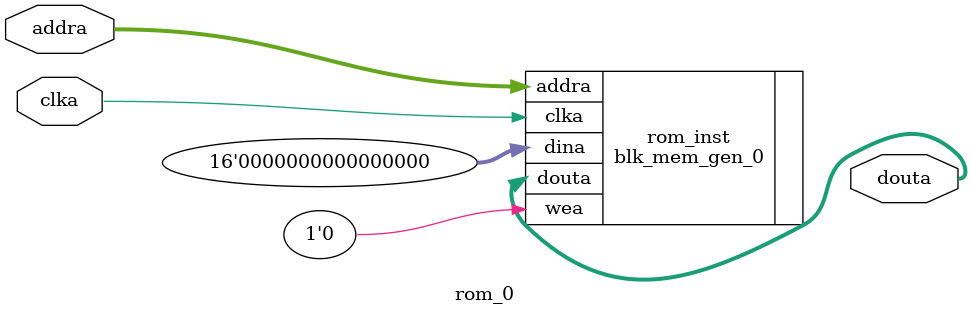
<source format=v>
module rom_0(
    input   wire              clka,     // 时钟
    input   wire  [18:0]      addra,    // 地址总线 
    output  wire  [11:0]      douta     // 数据总线 
);

// 实例化 Block Memory Generator IP 核（单端口 ROM）
blk_mem_gen_0 rom_inst (
    .clka(clka),        // 时钟输入
    .wea(1'b0),         // 写使能信号(ROM中固定为0)
    .addra(addra),      // 地址输入
    .dina(16'h0),       // 数据输入(ROM中未使用)
    .douta(douta)       // 数据输出
);

endmodule
</source>
